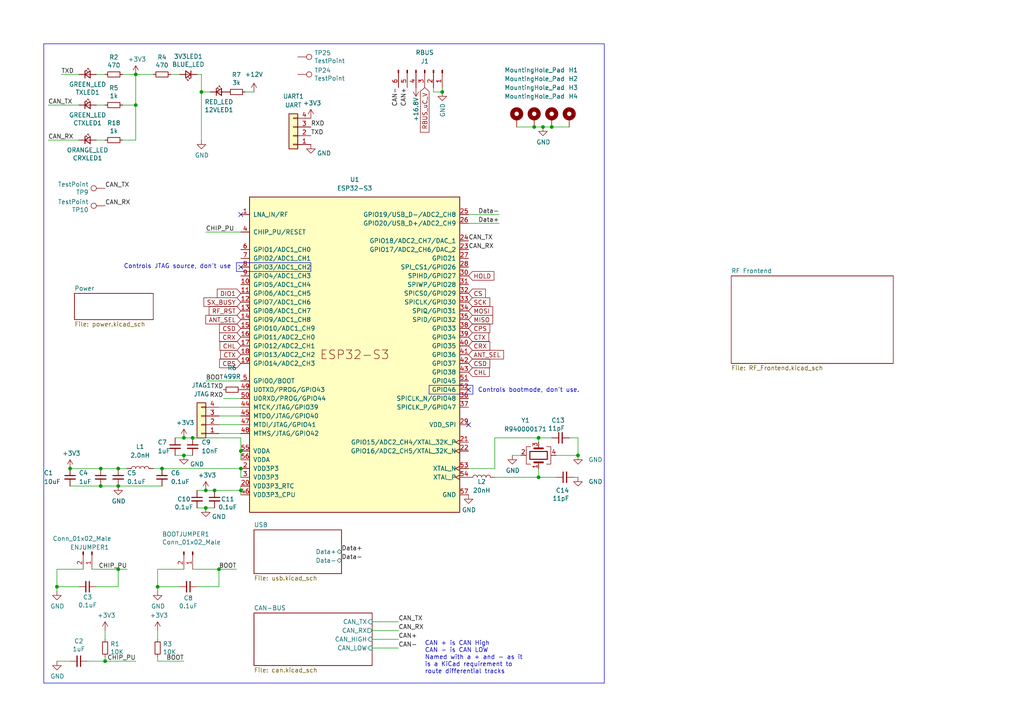
<source format=kicad_sch>
(kicad_sch (version 20231120) (generator "eeschema") (generator_version "8.0")
  (paper "A4")
  (lib_symbols
    (symbol "Connector:Conn_01x02_Male" (pin_names (offset 1.016) hide)
      (property "Reference" "J" (at 0 2.54 0))
      (property "Value" "Conn_01x02_Male" (at 0 -5.08 0))
      (symbol "Conn_01x02_Male_1_1"
        (polyline (pts (xy 1.27 -2.54) (xy 0.8636 -2.54)) (stroke (width 0.1524)))
        (polyline (pts (xy 1.27 0) (xy 0.8636 0)) (stroke (width 0.1524)))
        (rectangle (start 0.8636 -2.413) (end 0 -2.667) (stroke (width 0.1524)) (fill (type outline)))
        (rectangle (start 0.8636 0.127) (end 0 -0.127) (stroke (width 0.1524)) (fill (type outline)))
        (pin passive line (at 5.08 0 180) (length 3.81) (name "Pin_1") (number "1"))
        (pin passive line (at 5.08 -2.54 180) (length 3.81) (name "Pin_2") (number "2"))
      )
    )
    (symbol "Connector:Conn_01x06_Male" (pin_names (offset 1.016) hide)
      (property "Reference" "J" (at 0 7.62 0))
      (property "Value" "Conn_01x06_Male" (at 0 -10.16 0))
      (symbol "Conn_01x06_Male_1_1"
        (polyline (pts (xy 1.27 -7.62) (xy 0.8636 -7.62)) (stroke (width 0.1524)))
        (polyline (pts (xy 1.27 -5.08) (xy 0.8636 -5.08)) (stroke (width 0.1524)))
        (polyline (pts (xy 1.27 -2.54) (xy 0.8636 -2.54)) (stroke (width 0.1524)))
        (polyline (pts (xy 1.27 0) (xy 0.8636 0)) (stroke (width 0.1524)))
        (polyline (pts (xy 1.27 2.54) (xy 0.8636 2.54)) (stroke (width 0.1524)))
        (polyline (pts (xy 1.27 5.08) (xy 0.8636 5.08)) (stroke (width 0.1524)))
        (rectangle (start 0.8636 -7.493) (end 0 -7.747) (stroke (width 0.1524)) (fill (type outline)))
        (rectangle (start 0.8636 -4.953) (end 0 -5.207) (stroke (width 0.1524)) (fill (type outline)))
        (rectangle (start 0.8636 -2.413) (end 0 -2.667) (stroke (width 0.1524)) (fill (type outline)))
        (rectangle (start 0.8636 0.127) (end 0 -0.127) (stroke (width 0.1524)) (fill (type outline)))
        (rectangle (start 0.8636 2.667) (end 0 2.413) (stroke (width 0.1524)) (fill (type outline)))
        (rectangle (start 0.8636 5.207) (end 0 4.953) (stroke (width 0.1524)) (fill (type outline)))
        (pin passive line (at 5.08 5.08 180) (length 3.81) (name "Pin_1") (number "1"))
        (pin passive line (at 5.08 2.54 180) (length 3.81) (name "Pin_2") (number "2"))
        (pin passive line (at 5.08 0 180) (length 3.81) (name "Pin_3") (number "3"))
        (pin passive line (at 5.08 -2.54 180) (length 3.81) (name "Pin_4") (number "4"))
        (pin passive line (at 5.08 -5.08 180) (length 3.81) (name "Pin_5") (number "5"))
        (pin passive line (at 5.08 -7.62 180) (length 3.81) (name "Pin_6") (number "6"))
      )
    )
    (symbol "Connector:TestPoint" (pin_numbers hide) (pin_names (offset 0.762) hide)
      (property "Reference" "TP" (at 0 6.858 0))
      (property "Value" "TestPoint" (at 0 5.08 0))
      (symbol "TestPoint_0_1"
        (circle (center 0 3.302) (radius 0.762))
      )
      (symbol "TestPoint_1_1"
        (pin passive line (at 0 0 90) (length 2.54) (name "1") (number "1"))
      )
    )
    (symbol "Connector_Generic:Conn_01x04" (pin_names (offset 1.016) hide)
      (property "Reference" "J" (at 0 5.08 0))
      (property "Value" "Conn_01x04" (at 0 -7.62 0))
      (symbol "Conn_01x04_1_1"
        (rectangle (start -1.27 -4.953) (end 0 -5.207) (stroke (width 0.1524)))
        (rectangle (start -1.27 -2.413) (end 0 -2.667) (stroke (width 0.1524)))
        (rectangle (start -1.27 0.127) (end 0 -0.127) (stroke (width 0.1524)))
        (rectangle (start -1.27 2.667) (end 0 2.413) (stroke (width 0.1524)))
        (rectangle (start -1.27 3.81) (end 1.27 -6.35) (stroke (width 0.254)) (fill (type background)))
        (pin passive line (at -5.08 2.54 0) (length 3.81) (name "Pin_1") (number "1"))
        (pin passive line (at -5.08 0 0) (length 3.81) (name "Pin_2") (number "2"))
        (pin passive line (at -5.08 -2.54 0) (length 3.81) (name "Pin_3") (number "3"))
        (pin passive line (at -5.08 -5.08 0) (length 3.81) (name "Pin_4") (number "4"))
      )
    )
    (symbol "Device:C_Small" (pin_numbers hide) (pin_names (offset 0.254) hide)
      (property "Reference" "C" (at 0.254 1.778 0))
      (property "Value" "C_Small" (at 0.254 -2.032 0))
      (symbol "C_Small_0_1"
        (polyline (pts (xy -1.524 -0.508) (xy 1.524 -0.508)) (stroke (width 0.3302)))
        (polyline (pts (xy -1.524 0.508) (xy 1.524 0.508)) (stroke (width 0.3048)))
      )
      (symbol "C_Small_1_1"
        (pin passive line (at 0 2.54 270) (length 2.032) (name "~") (number "1"))
        (pin passive line (at 0 -2.54 90) (length 2.032) (name "~") (number "2"))
      )
    )
    (symbol "Device:Crystal_GND24" (pin_names (offset 1.016) hide)
      (property "Reference" "Y" (at 3.175 5.08 0))
      (property "Value" "Crystal_GND24" (at 3.175 3.175 0))
      (symbol "Crystal_GND24_0_1"
        (rectangle (start -1.143 2.54) (end 1.143 -2.54) (stroke (width 0.3048)))
        (polyline (pts (xy -2.54 0) (xy -2.032 0)))
        (polyline (pts (xy -2.032 -1.27) (xy -2.032 1.27)) (stroke (width 0.508)))
        (polyline (pts (xy 0 -3.81) (xy 0 -3.556)))
        (polyline (pts (xy 0 3.556) (xy 0 3.81)))
        (polyline (pts (xy 2.032 -1.27) (xy 2.032 1.27)) (stroke (width 0.508)))
        (polyline (pts (xy 2.032 0) (xy 2.54 0)))
        (polyline (pts (xy -2.54 -2.286) (xy -2.54 -3.556) (xy 2.54 -3.556) (xy 2.54 -2.286)))
        (polyline (pts (xy -2.54 2.286) (xy -2.54 3.556) (xy 2.54 3.556) (xy 2.54 2.286)))
      )
      (symbol "Crystal_GND24_1_1"
        (pin passive line (at -3.81 0 0) (length 1.27) (name "1") (number "1"))
        (pin passive line (at 0 5.08 270) (length 1.27) (name "2") (number "2"))
        (pin passive line (at 3.81 0 180) (length 1.27) (name "3") (number "3"))
        (pin passive line (at 0 -5.08 90) (length 1.27) (name "4") (number "4"))
      )
    )
    (symbol "Device:L" (pin_numbers hide) (pin_names (offset 1.016) hide)
      (property "Reference" "L" (at -1.27 0 90))
      (property "Value" "L" (at 1.905 0 90))
      (symbol "L_0_1"
        (arc (start 0 -2.54) (mid 0.6323 -1.905) (end 0 -1.27))
        (arc (start 0 -1.27) (mid 0.6323 -0.635) (end 0 0))
        (arc (start 0 0) (mid 0.6323 0.635) (end 0 1.27))
        (arc (start 0 1.27) (mid 0.6323 1.905) (end 0 2.54))
      )
      (symbol "L_1_1"
        (pin passive line (at 0 3.81 270) (length 1.27) (name "1") (number "1"))
        (pin passive line (at 0 -3.81 90) (length 1.27) (name "2") (number "2"))
      )
    )
    (symbol "Device:LED_Small" (pin_numbers hide) (pin_names (offset 0.254) hide)
      (property "Reference" "D" (at -1.27 3.175 0))
      (property "Value" "LED_Small" (at -4.445 -2.54 0))
      (symbol "LED_Small_0_1"
        (polyline (pts (xy -0.762 -1.016) (xy -0.762 1.016)) (stroke (width 0.254)))
        (polyline (pts (xy 1.016 0) (xy -0.762 0)))
        (polyline (pts (xy 0.762 -1.016) (xy -0.762 0) (xy 0.762 1.016) (xy 0.762 -1.016)) (stroke (width 0.254)))
        (polyline (pts (xy 0 0.762) (xy -0.508 1.27) (xy -0.254 1.27) (xy -0.508 1.27) (xy -0.508 1.016)))
        (polyline (pts (xy 0.508 1.27) (xy 0 1.778) (xy 0.254 1.778) (xy 0 1.778) (xy 0 1.524)))
      )
      (symbol "LED_Small_1_1"
        (pin passive line (at -2.54 0 0) (length 1.778) (name "K") (number "1"))
        (pin passive line (at 2.54 0 180) (length 1.778) (name "A") (number "2"))
      )
    )
    (symbol "Device:R_Small" (pin_numbers hide) (pin_names (offset 0.254) hide)
      (property "Reference" "R" (at 0.762 0.508 0))
      (property "Value" "R_Small" (at 0.762 -1.016 0))
      (symbol "R_Small_0_1"
        (rectangle (start -0.762 1.778) (end 0.762 -1.778) (stroke (width 0.2032)))
      )
      (symbol "R_Small_1_1"
        (pin passive line (at 0 2.54 270) (length 0.762) (name "~") (number "1"))
        (pin passive line (at 0 -2.54 90) (length 0.762) (name "~") (number "2"))
      )
    )
    (symbol "Espressif:ESP32-S3" (pin_names (offset 1.016))
      (property "Reference" "U" (at 0 48.26 0))
      (property "Value" "ESP32-S3" (at 0 -48.26 0))
      (symbol "ESP32-S3_0_0"
        (text "ESP32-S3" (at 0 0 0) (effects (font (size 2.54 2.54))))
        (pin bidirectional line (at 33.02 -12.7 180) (length 2.54) (name "SPICLK_N/GPIO48") (number "36"))
        (pin bidirectional line (at 33.02 -15.24 180) (length 2.54) (name "SPICLK_P/GPIO47") (number "37"))
      )
      (symbol "ESP32-S3_0_1"
        (rectangle (start -30.48 45.72) (end 30.48 -45.72) (stroke (width 0.254)) (fill (type background)))
      )
      (symbol "ESP32-S3_1_1"
        (pin bidirectional line (at -33.02 40.64 0) (length 2.54) (name "LNA_IN/RF") (number "1"))
        (pin bidirectional line (at -33.02 20.32 0) (length 2.54) (name "GPIO5/ADC1_CH4") (number "10"))
        (pin bidirectional line (at -33.02 17.78 0) (length 2.54) (name "GPIO6/ADC1_CH5") (number "11"))
        (pin bidirectional line (at -33.02 15.24 0) (length 2.54) (name "GPIO7/ADC1_CH6") (number "12"))
        (pin bidirectional line (at -33.02 12.7 0) (length 2.54) (name "GPIO8/ADC1_CH7") (number "13"))
        (pin bidirectional line (at -33.02 10.16 0) (length 2.54) (name "GPIO9/ADC1_CH8") (number "14"))
        (pin bidirectional line (at -33.02 7.62 0) (length 2.54) (name "GPIO10/ADC1_CH9") (number "15"))
        (pin bidirectional line (at -33.02 5.08 0) (length 2.54) (name "GPIO11/ADC2_CH0") (number "16"))
        (pin bidirectional line (at -33.02 2.54 0) (length 2.54) (name "GPIO12/ADC2_CH1") (number "17"))
        (pin bidirectional line (at -33.02 0 0) (length 2.54) (name "GPIO13/ADC2_CH2") (number "18"))
        (pin bidirectional line (at -33.02 -2.54 0) (length 2.54) (name "GPIO14/ADC2_CH3") (number "19"))
        (pin power_in line (at -33.02 -33.02 0) (length 2.54) (name "VDD3P3") (number "2"))
        (pin power_in line (at -33.02 -38.1 0) (length 2.54) (name "VDD3P3_RTC") (number "20"))
        (pin input clock (at 33.02 -25.4 180) (length 2.54) (name "GPIO15/ADC2_CH4/XTAL_32K_P") (number "21"))
        (pin output clock (at 33.02 -27.94 180) (length 2.54) (name "GPIO16/ADC2_CH5/XTAL_32K_N") (number "22"))
        (pin bidirectional line (at 33.02 30.48 180) (length 2.54) (name "GPIO17/ADC2_CH6/DAC_2") (number "23"))
        (pin bidirectional line (at 33.02 33.02 180) (length 2.54) (name "GPIO18/ADC2_CH7/DAC_1") (number "24"))
        (pin bidirectional line (at 33.02 40.64 180) (length 2.54) (name "GPIO19/USB_D-/ADC2_CH8") (number "25"))
        (pin bidirectional line (at 33.02 38.1 180) (length 2.54) (name "GPIO20/USB_D+/ADC2_CH9") (number "26"))
        (pin bidirectional line (at 33.02 27.94 180) (length 2.54) (name "GPIO21") (number "27"))
        (pin bidirectional line (at 33.02 25.4 180) (length 2.54) (name "SPI_CS1/GPIO26") (number "28"))
        (pin power_out line (at 33.02 -20.32 180) (length 2.54) (name "VDD_SPI") (number "29"))
        (pin power_in line (at -33.02 -35.56 0) (length 2.54) (name "VDD3P3") (number "3"))
        (pin bidirectional line (at 33.02 22.86 180) (length 2.54) (name "SPIHD/GPIO27") (number "30"))
        (pin bidirectional line (at 33.02 20.32 180) (length 2.54) (name "SPIWP/GPIO28") (number "31"))
        (pin bidirectional line (at 33.02 17.78 180) (length 2.54) (name "SPICS0/GPIO29") (number "32"))
        (pin bidirectional line (at 33.02 15.24 180) (length 2.54) (name "SPICLK/GPIO30") (number "33"))
        (pin bidirectional line (at 33.02 12.7 180) (length 2.54) (name "SPIQ/GPIO31") (number "34"))
        (pin bidirectional line (at 33.02 10.16 180) (length 2.54) (name "SPID/GPIO32") (number "35"))
        (pin bidirectional line (at 33.02 7.62 180) (length 2.54) (name "GPIO33") (number "38"))
        (pin bidirectional line (at 33.02 5.08 180) (length 2.54) (name "GPIO34") (number "39"))
        (pin input line (at -33.02 35.56 0) (length 2.54) (name "CHIP_PU/RESET") (number "4"))
        (pin bidirectional line (at 33.02 2.54 180) (length 2.54) (name "GPIO35") (number "40"))
        (pin bidirectional line (at 33.02 0 180) (length 2.54) (name "GPIO36") (number "41"))
        (pin bidirectional line (at 33.02 -2.54 180) (length 2.54) (name "GPIO37") (number "42"))
        (pin bidirectional line (at 33.02 -5.08 180) (length 2.54) (name "GPIO38") (number "43"))
        (pin bidirectional line (at -33.02 -15.24 0) (length 2.54) (name "MTCK/JTAG/GPIO39") (number "44"))
        (pin bidirectional line (at -33.02 -17.78 0) (length 2.54) (name "MTDO/JTAG/GPIO40") (number "45"))
        (pin power_in line (at -33.02 -40.64 0) (length 2.54) (name "VDD3P3_CPU") (number "46"))
        (pin bidirectional line (at -33.02 -20.32 0) (length 2.54) (name "MTDI/JTAG/GPIO41") (number "47"))
        (pin bidirectional line (at -33.02 -22.86 0) (length 2.54) (name "MTMS/JTAG/GPIO42") (number "48"))
        (pin bidirectional line (at -33.02 -10.16 0) (length 2.54) (name "U0TXD/PROG/GPIO43") (number "49"))
        (pin bidirectional line (at -33.02 -7.62 0) (length 2.54) (name "GPIO0/BOOT") (number "5"))
        (pin bidirectional line (at -33.02 -12.7 0) (length 2.54) (name "U0RXD/PROG/GPIO44") (number "50"))
        (pin bidirectional line (at 33.02 -7.62 180) (length 2.54) (name "GPIO45") (number "51"))
        (pin bidirectional line (at 33.02 -10.16 180) (length 2.54) (name "GPIO46") (number "52"))
        (pin input clock (at 33.02 -33.02 180) (length 2.54) (name "XTAL_N") (number "53"))
        (pin output clock (at 33.02 -35.56 180) (length 2.54) (name "XTAL_P") (number "54"))
        (pin power_in line (at -33.02 -27.94 0) (length 2.54) (name "VDDA") (number "55"))
        (pin power_in line (at -33.02 -30.48 0) (length 2.54) (name "VDDA") (number "56"))
        (pin power_in line (at 33.02 -40.64 180) (length 2.54) (name "GND") (number "57"))
        (pin bidirectional line (at -33.02 30.48 0) (length 2.54) (name "GPIO1/ADC1_CH0") (number "6"))
        (pin bidirectional line (at -33.02 27.94 0) (length 2.54) (name "GPIO2/ADC1_CH1") (number "7"))
        (pin bidirectional line (at -33.02 25.4 0) (length 2.54) (name "GPIO3/ADC1_CH2") (number "8"))
        (pin bidirectional line (at -33.02 22.86 0) (length 2.54) (name "GPIO4/ADC1_CH3") (number "9"))
      )
    )
    (symbol "Mechanical:MountingHole_Pad" (pin_numbers hide) (pin_names (offset 1.016) hide)
      (property "Reference" "H" (at 0 6.35 0))
      (property "Value" "MountingHole_Pad" (at 0 4.445 0))
      (symbol "MountingHole_Pad_0_1"
        (circle (center 0 1.27) (radius 1.27) (stroke (width 1.27)))
      )
      (symbol "MountingHole_Pad_1_1"
        (pin input line (at 0 -2.54 90) (length 2.54) (name "1") (number "1"))
      )
    )
    (symbol "power:+12V" (power) (pin_names (offset 0))
      (property "Value" "+12V" (at 0 3.556 0))
      (symbol "+12V_0_1"
        (polyline (pts (xy -0.762 1.27) (xy 0 2.54)))
        (polyline (pts (xy 0 0) (xy 0 2.54)))
        (polyline (pts (xy 0 2.54) (xy 0.762 1.27)))
      )
      (symbol "+12V_1_1"
        (pin power_in line (at 0 0 90) (length 0) hide (name "+12V") (number "1"))
      )
    )
    (symbol "power:+3.3V" (power) (pin_names (offset 0))
      (property "Value" "+3.3V" (at 0 3.556 0))
      (symbol "+3.3V_0_1"
        (polyline (pts (xy -0.762 1.27) (xy 0 2.54)))
        (polyline (pts (xy 0 0) (xy 0 2.54)))
        (polyline (pts (xy 0 2.54) (xy 0.762 1.27)))
      )
      (symbol "+3.3V_1_1"
        (pin power_in line (at 0 0 90) (length 0) hide (name "+3V3") (number "1"))
      )
    )
    (symbol "power:GND" (power) (pin_names (offset 0))
      (property "Value" "GND" (at 0 -3.81 0))
      (symbol "GND_0_1"
        (polyline (pts (xy 0 0) (xy 0 -1.27) (xy 1.27 -1.27) (xy 0 -2.54) (xy -1.27 -1.27) (xy 0 -1.27)))
      )
      (symbol "GND_1_1"
        (pin power_in line (at 0 0 270) (length 0) hide (name "GND") (number "1"))
      )
    )
  )
  (junction (at 39.37 21.59))
  (junction (at 59.69 142.24))
  (junction (at 53.34 127))
  (junction (at 58.42 26.67))
  (junction (at 39.37 30.48))
  (junction (at 30.48 191.77))
  (junction (at 69.85 142.24))
  (junction (at 55.88 127))
  (junction (at 63.5 165.1))
  (junction (at 59.69 147.32))
  (junction (at 62.23 142.24))
  (junction (at 34.29 135.89))
  (junction (at 20.32 135.89))
  (junction (at 45.72 170.18))
  (junction (at 29.21 135.89))
  (junction (at 34.29 140.97))
  (junction (at 156.21 127))
  (junction (at 160.02 36.83))
  (junction (at 53.34 132.08))
  (junction (at 156.21 138.43))
  (junction (at 69.85 130.81))
  (junction (at 29.21 140.97))
  (junction (at 16.51 170.18))
  (junction (at 157.48 36.83))
  (junction (at 154.94 36.83))
  (junction (at 167.64 132.08))
  (junction (at 46.99 135.89))
  (junction (at 128.27 26.67))
  (junction (at 34.29 165.1))
  (junction (at 69.85 135.89))
  (no_connect (at 69.85 77.47))
  (no_connect (at 69.85 62.23))
  (no_connect (at 135.89 113.03))
  (no_connect (at 135.89 123.19))
  (wire (pts (xy 30.48 191.77) (xy 30.48 190.5)))
  (wire (pts (xy 135.89 62.23) (xy 144.78 62.23)))
  (wire (pts (xy 69.85 135.89) (xy 69.85 138.43)))
  (polyline (pts (xy 90.17 78.74) (xy 68.58 78.74)))
  (wire (pts (xy 63.5 170.18) (xy 63.5 165.1)))
  (polyline (pts (xy 68.58 76.2) (xy 68.58 78.74)))
  (wire (pts (xy 60.96 26.67) (xy 58.42 26.67)))
  (wire (pts (xy 16.51 191.77) (xy 20.32 191.77)))
  (wire (pts (xy 107.95 180.34) (xy 115.57 180.34)))
  (wire (pts (xy 128.27 25.4) (xy 128.27 26.67)))
  (wire (pts (xy 160.02 127) (xy 156.21 127)))
  (wire (pts (xy 35.56 30.48) (xy 39.37 30.48)))
  (wire (pts (xy 45.72 165.1) (xy 53.34 165.1)))
  (wire (pts (xy 125.73 26.67) (xy 128.27 26.67)))
  (wire (pts (xy 58.42 21.59) (xy 57.15 21.59)))
  (wire (pts (xy 29.21 135.89) (xy 34.29 135.89)))
  (wire (pts (xy 143.51 138.43) (xy 156.21 138.43)))
  (wire (pts (xy 59.69 110.49) (xy 69.85 110.49)))
  (polyline (pts (xy 12.7 12.7) (xy 12.7 198.12)))
  (wire (pts (xy 154.94 36.83) (xy 149.86 36.83)))
  (wire (pts (xy 16.51 170.18) (xy 16.51 171.45)))
  (wire (pts (xy 57.15 170.18) (xy 63.5 170.18)))
  (polyline (pts (xy 137.16 111.76) (xy 137.16 114.3)))
  (wire (pts (xy 68.58 165.1) (xy 63.5 165.1)))
  (wire (pts (xy 27.94 21.59) (xy 30.48 21.59)))
  (wire (pts (xy 16.51 165.1) (xy 16.51 170.18)))
  (wire (pts (xy 161.29 132.08) (xy 167.64 132.08)))
  (wire (pts (xy 30.48 182.88) (xy 30.48 185.42)))
  (wire (pts (xy 57.15 147.32) (xy 59.69 147.32)))
  (polyline (pts (xy 68.58 76.2) (xy 90.17 76.2)))
  (wire (pts (xy 34.29 135.89) (xy 36.83 135.89)))
  (wire (pts (xy 69.85 142.24) (xy 69.85 143.51)))
  (wire (pts (xy 62.23 142.24) (xy 69.85 142.24)))
  (wire (pts (xy 53.34 132.08) (xy 55.88 132.08)))
  (wire (pts (xy 143.51 135.89) (xy 143.51 127)))
  (wire (pts (xy 156.21 127) (xy 156.21 128.27)))
  (wire (pts (xy 34.29 165.1) (xy 36.83 165.1)))
  (wire (pts (xy 50.8 132.08) (xy 53.34 132.08)))
  (polyline (pts (xy 124.46 111.76) (xy 124.46 114.3)))
  (wire (pts (xy 35.56 40.64) (xy 39.37 40.64)))
  (polyline (pts (xy 12.7 12.7) (xy 175.26 12.7)))
  (wire (pts (xy 39.37 30.48) (xy 39.37 40.64)))
  (wire (pts (xy 44.45 135.89) (xy 46.99 135.89)))
  (wire (pts (xy 69.85 130.81) (xy 69.85 133.35)))
  (wire (pts (xy 39.37 30.48) (xy 39.37 21.59)))
  (wire (pts (xy 22.86 170.18) (xy 16.51 170.18)))
  (wire (pts (xy 27.94 40.64) (xy 30.48 40.64)))
  (wire (pts (xy 50.8 127) (xy 53.34 127)))
  (wire (pts (xy 17.78 21.59) (xy 22.86 21.59)))
  (wire (pts (xy 64.77 115.57) (xy 69.85 115.57)))
  (wire (pts (xy 13.97 30.48) (xy 22.86 30.48)))
  (wire (pts (xy 52.07 170.18) (xy 45.72 170.18)))
  (wire (pts (xy 63.5 118.11) (xy 69.85 118.11)))
  (wire (pts (xy 165.1 36.83) (xy 160.02 36.83)))
  (wire (pts (xy 29.21 140.97) (xy 34.29 140.97)))
  (wire (pts (xy 35.56 21.59) (xy 39.37 21.59)))
  (wire (pts (xy 55.88 127) (xy 69.85 127)))
  (wire (pts (xy 107.95 187.96) (xy 115.57 187.96)))
  (wire (pts (xy 107.95 182.88) (xy 115.57 182.88)))
  (wire (pts (xy 69.85 127) (xy 69.85 130.81)))
  (wire (pts (xy 63.5 125.73) (xy 69.85 125.73)))
  (polyline (pts (xy 137.16 114.3) (xy 124.46 114.3)))
  (wire (pts (xy 55.88 165.1) (xy 63.5 165.1)))
  (wire (pts (xy 125.73 25.4) (xy 125.73 26.67)))
  (wire (pts (xy 25.4 191.77) (xy 30.48 191.77)))
  (wire (pts (xy 160.02 36.83) (xy 157.48 36.83)))
  (wire (pts (xy 135.89 135.89) (xy 143.51 135.89)))
  (wire (pts (xy 45.72 170.18) (xy 45.72 171.45)))
  (wire (pts (xy 45.72 191.77) (xy 45.72 190.5)))
  (wire (pts (xy 49.53 21.59) (xy 52.07 21.59)))
  (wire (pts (xy 148.59 132.08) (xy 151.13 132.08)))
  (wire (pts (xy 58.42 21.59) (xy 58.42 26.67)))
  (wire (pts (xy 161.29 138.43) (xy 156.21 138.43)))
  (wire (pts (xy 59.69 67.31) (xy 69.85 67.31)))
  (wire (pts (xy 53.34 191.77) (xy 45.72 191.77)))
  (wire (pts (xy 58.42 26.67) (xy 58.42 40.64)))
  (wire (pts (xy 156.21 135.89) (xy 156.21 138.43)))
  (wire (pts (xy 34.29 170.18) (xy 34.29 165.1)))
  (polyline (pts (xy 90.17 76.2) (xy 90.17 78.74)))
  (wire (pts (xy 143.51 127) (xy 156.21 127)))
  (wire (pts (xy 167.64 138.43) (xy 166.37 138.43)))
  (wire (pts (xy 20.32 135.89) (xy 29.21 135.89)))
  (wire (pts (xy 167.64 127) (xy 167.64 132.08)))
  (wire (pts (xy 13.97 40.64) (xy 22.86 40.64)))
  (wire (pts (xy 39.37 21.59) (xy 44.45 21.59)))
  (polyline (pts (xy 124.46 111.76) (xy 137.16 111.76)))
  (wire (pts (xy 59.69 147.32) (xy 62.23 147.32)))
  (wire (pts (xy 63.5 123.19) (xy 69.85 123.19)))
  (wire (pts (xy 30.48 191.77) (xy 39.37 191.77)))
  (wire (pts (xy 157.48 36.83) (xy 154.94 36.83)))
  (wire (pts (xy 107.95 185.42) (xy 115.57 185.42)))
  (wire (pts (xy 53.34 127) (xy 55.88 127)))
  (wire (pts (xy 73.66 26.67) (xy 71.12 26.67)))
  (wire (pts (xy 46.99 135.89) (xy 69.85 135.89)))
  (polyline (pts (xy 175.26 12.7) (xy 175.26 198.12)))
  (wire (pts (xy 27.94 30.48) (xy 30.48 30.48)))
  (wire (pts (xy 34.29 140.97) (xy 46.99 140.97)))
  (wire (pts (xy 135.89 64.77) (xy 144.78 64.77)))
  (wire (pts (xy 63.5 120.65) (xy 69.85 120.65)))
  (wire (pts (xy 27.94 170.18) (xy 34.29 170.18)))
  (wire (pts (xy 45.72 165.1) (xy 45.72 170.18)))
  (wire (pts (xy 59.69 142.24) (xy 62.23 142.24)))
  (wire (pts (xy 57.15 142.24) (xy 59.69 142.24)))
  (wire (pts (xy 20.32 140.97) (xy 29.21 140.97)))
  (wire (pts (xy 69.85 142.24) (xy 69.85 140.97)))
  (wire (pts (xy 167.64 127) (xy 165.1 127)))
  (wire (pts (xy 26.67 165.1) (xy 34.29 165.1)))
  (wire (pts (xy 45.72 182.88) (xy 45.72 185.42)))
  (wire (pts (xy 16.51 165.1) (xy 24.13 165.1)))
  (polyline (pts (xy 175.26 198.12) (xy 12.7 198.12)))
  (text "Controls bootmode, don't use.\n" (at 138.5894 113.9757 0) (effects (font (size 1.27 1.27)) (justify left bottom)))
  (text "CAN + is CAN High\nCAN - is CAN LOW\nNamed with a + and - as it\nis a KiCad requirement to\nroute differential tracks\n" (at 123.19 195.58 0) (effects (font (size 1.27 1.27)) (justify left bottom)))
  (text "Controls JTAG source, don't use\n" (at 67.0857 78.0878 0) (effects (font (size 1.27 1.27)) (justify right bottom)))
  (label "CAN_TX" (at 30.48 54.61 0))
  (label "CHIP_PU" (at 36.83 165.1 180))
  (label "RXD" (at 90.17 36.83 0))
  (label "CAN+" (at 115.57 185.42 0))
  (label "Data+" (at 99.06 160.02 0) (property "Netclass" "USB" (effects (hide yes))))
  (label "TXD" (at 90.17 39.37 0))
  (label "Data-" (at 99.06 162.56 0) (property "Netclass" "USB" (effects (hide yes))))
  (label "BOOT" (at 53.34 191.77 180))
  (label "CAN_RX" (at 13.97 40.64 0))
  (label "CAN-" (at 115.57 25.4 270))
  (label "CAN+" (at 118.11 25.4 270))
  (label "CAN_TX" (at 115.57 180.34 0))
  (label "BOOT" (at 68.58 165.1 180))
  (label "RXD" (at 64.77 115.57 180))
  (label "BOOT" (at 59.69 110.49 0))
  (label "TXD" (at 64.77 113.03 180))
  (label "CAN_TX" (at 13.97 30.48 0))
  (label "CHIP_PU" (at 59.69 67.31 0))
  (label "CAN_RX" (at 135.89 72.39 0))
  (label "CAN_RX" (at 30.48 59.69 0))
  (label "CAN_RX" (at 115.57 182.88 0))
  (label "Data+" (at 144.78 64.77 180))
  (label "Data-" (at 144.78 62.23 180))
  (label "CAN-" (at 115.57 187.96 0))
  (label "TXD" (at 17.78 21.59 0))
  (label "CHIP_PU" (at 39.37 191.77 180))
  (label "CAN_TX" (at 135.89 69.85 0))
  (global_label "SCK" (shape input) (at 135.89 87.63 0) (property "Intersheetrefs" "${INTERSHEET_REFS}" (effects (hide yes))))
  (global_label "CTX" (shape input) (at 69.85 102.87 180) (property "Intersheetrefs" "${INTERSHEET_REFS}" (effects (hide yes))))
  (global_label "CHL" (shape input) (at 135.89 107.95 0) (property "Intersheetrefs" "${INTERSHEET_REFS}" (effects (hide yes))))
  (global_label "CPS" (shape input) (at 135.89 95.25 0) (property "Intersheetrefs" "${INTERSHEET_REFS}" (effects (hide yes))))
  (global_label "SX_BUSY" (shape input) (at 69.85 87.63 180) (property "Intersheetrefs" "${INTERSHEET_REFS}" (effects (hide yes))))
  (global_label "RF_RST" (shape input) (at 69.85 90.17 180) (property "Intersheetrefs" "${INTERSHEET_REFS}" (effects (hide yes))))
  (global_label "ANT_SEL" (shape input) (at 69.85 92.71 180) (property "Intersheetrefs" "${INTERSHEET_REFS}" (effects (hide yes))))
  (global_label "CSD" (shape input) (at 69.85 95.25 180) (property "Intersheetrefs" "${INTERSHEET_REFS}" (effects (hide yes))))
  (global_label "DIO1" (shape input) (at 69.85 85.09 180) (property "Intersheetrefs" "${INTERSHEET_REFS}" (effects (hide yes))))
  (global_label "HOLD" (shape input) (at 135.89 80.01 0) (property "Intersheetrefs" "${INTERSHEET_REFS}" (effects (hide yes))))
  (global_label "CTX" (shape input) (at 135.89 97.79 0) (property "Intersheetrefs" "${INTERSHEET_REFS}" (effects (hide yes))))
  (global_label "CRX" (shape input) (at 69.85 97.79 180) (property "Intersheetrefs" "${INTERSHEET_REFS}" (effects (hide yes))))
  (global_label "ANT_SEL" (shape input) (at 135.89 102.87 0) (property "Intersheetrefs" "${INTERSHEET_REFS}" (effects (hide yes))))
  (global_label "CPS" (shape input) (at 69.85 105.41 180) (property "Intersheetrefs" "${INTERSHEET_REFS}" (effects (hide yes))))
  (global_label "MOSI" (shape input) (at 135.89 90.17 0) (property "Intersheetrefs" "${INTERSHEET_REFS}" (effects (hide yes))))
  (global_label "CHL" (shape input) (at 69.85 100.33 180) (property "Intersheetrefs" "${INTERSHEET_REFS}" (effects (hide yes))))
  (global_label "CRX" (shape input) (at 135.89 100.33 0) (property "Intersheetrefs" "${INTERSHEET_REFS}" (effects (hide yes))))
  (global_label "MISO" (shape input) (at 135.89 92.71 0) (property "Intersheetrefs" "${INTERSHEET_REFS}" (effects (hide yes))))
  (global_label "CS" (shape input) (at 135.89 85.09 0) (property "Intersheetrefs" "${INTERSHEET_REFS}" (effects (hide yes))))
  (global_label "RBUS_uC_V" (shape input) (at 123.19 25.4 270) (property "Intersheetrefs" "${INTERSHEET_REFS}" (effects (hide yes))))
  (global_label "CSD" (shape input) (at 135.89 105.41 0) (property "Intersheetrefs" "${INTERSHEET_REFS}" (effects (hide yes))))
  (symbol (lib_id "power:+3.3V") (at 30.48 182.88 0) (unit 1)
    (property "Reference" "#PWR04" (effects (hide yes)))
    (property "Value" "+3V3" (at 30.861 178.4858 0))
  )
  (symbol (lib_id "Device:R_Small") (at 30.48 187.96 0) (unit 1)
    (property "Reference" "R1" (at 31.9786 186.7916 0) (effects (justify left)))
    (property "Value" "10K" (at 31.9786 189.103 0) (effects (justify left)))
    (property "Footprint" "Resistor_SMD:R_0402_1005Metric" (effects (hide yes)))
  )
  (symbol (lib_id "Device:C_Small") (at 22.86 191.77 270) (unit 1)
    (property "Reference" "C2" (at 22.86 185.9534 90))
    (property "Value" "1uF" (at 22.86 188.2648 90))
    (property "Footprint" "Capacitor_SMD:C_0402_1005Metric" (effects (hide yes)))
  )
  (symbol (lib_id "power:GND") (at 16.51 191.77 0) (unit 1)
    (property "Reference" "#PWR02" (effects (hide yes)))
    (property "Value" "GND" (at 16.637 196.1642 0))
  )
  (symbol (lib_id "power:+3.3V") (at 45.72 182.88 0) (unit 1)
    (property "Reference" "#PWR08" (effects (hide yes)))
    (property "Value" "+3V3" (at 46.101 178.4858 0))
  )
  (symbol (lib_id "Device:R_Small") (at 45.72 187.96 0) (unit 1)
    (property "Reference" "R3" (at 47.2186 186.7916 0) (effects (justify left)))
    (property "Value" "10K" (at 47.2186 189.103 0) (effects (justify left)))
    (property "Footprint" "Resistor_SMD:R_0402_1005Metric" (effects (hide yes)))
  )
  (symbol (lib_id "power:GND") (at 45.72 171.45 0) (unit 1)
    (property "Reference" "#PWR07" (effects (hide yes)))
    (property "Value" "GND" (at 45.847 175.8442 0))
  )
  (symbol (lib_id "Device:C_Small") (at 54.61 170.18 270) (unit 1)
    (property "Reference" "C8" (at 54.61 173.4566 90))
    (property "Value" "0.1uF" (at 54.61 175.768 90))
    (property "Footprint" "Capacitor_SMD:C_0402_1005Metric" (effects (hide yes)))
  )
  (symbol (lib_id "power:GND") (at 16.51 171.45 0) (unit 1)
    (property "Reference" "#PWR01" (effects (hide yes)))
    (property "Value" "GND" (at 16.637 175.8442 0))
  )
  (symbol (lib_id "Device:C_Small") (at 25.4 170.18 270) (unit 1)
    (property "Reference" "C3" (at 25.4 173.2026 90))
    (property "Value" "0.1uF" (at 25.4 175.514 90))
    (property "Footprint" "Capacitor_SMD:C_0402_1005Metric" (effects (hide yes)))
  )
  (symbol (lib_id "Device:LED_Small") (at 25.4 21.59 0) (unit 1)
    (property "Reference" "TXLED1" (at 25.4 26.797 0))
    (property "Value" "GREEN_LED" (at 25.4 24.4856 0))
    (property "Footprint" "Resistor_SMD:R_0402_1005Metric" (effects (hide yes)))
  )
  (symbol (lib_id "Device:R_Small") (at 33.02 21.59 270) (unit 1)
    (property "Reference" "R2" (at 33.02 16.6116 90))
    (property "Value" "470" (at 33.02 18.923 90))
    (property "Footprint" "Resistor_SMD:R_0402_1005Metric" (effects (hide yes)))
  )
  (symbol (lib_id "power:GND") (at 58.42 40.64 0) (unit 1)
    (property "Reference" "#PWR012" (effects (hide yes)))
    (property "Value" "GND" (at 58.547 45.0342 0))
  )
  (symbol (lib_id "power:+3.3V") (at 39.37 21.59 0) (unit 1)
    (property "Reference" "#PWR06" (effects (hide yes)))
    (property "Value" "+3V3" (at 39.751 17.1958 0))
  )
  (symbol (lib_id "Device:LED_Small") (at 54.61 21.59 180) (unit 1)
    (property "Reference" "3V3LED1" (at 54.61 16.383 0))
    (property "Value" "BLUE_LED" (at 54.61 18.6944 0))
    (property "Footprint" "Resistor_SMD:R_0402_1005Metric" (effects (hide yes)))
  )
  (symbol (lib_id "Device:R_Small") (at 46.99 21.59 270) (unit 1)
    (property "Reference" "R4" (at 46.99 16.6116 90))
    (property "Value" "470" (at 46.99 18.923 90))
    (property "Footprint" "Resistor_SMD:R_0402_1005Metric" (effects (hide yes)))
  )
  (symbol (lib_id "Connector:Conn_01x02_Male") (at 26.67 160.02 270) (unit 1)
    (property "Reference" "ENJUMPER1" (at 20.32 158.75 90) (effects (justify left)))
    (property "Value" "Conn_01x02_Male" (at 15.24 156.21 90) (effects (justify left)))
    (property "Footprint" "Connector_PinHeader_2.54mm:PinHeader_1x02_P2.54mm_Vertical" (effects (hide yes)))
  )
  (symbol (lib_id "Connector:Conn_01x02_Male") (at 55.88 160.02 270) (unit 1)
    (property "Reference" "BOOTJUMPER1" (at 46.99 154.94 90) (effects (justify left)))
    (property "Value" "Conn_01x02_Male" (at 46.99 157.2514 90) (effects (justify left)))
    (property "Footprint" "Connector_PinHeader_2.54mm:PinHeader_1x02_P2.54mm_Vertical" (effects (hide yes)))
  )
  (symbol (lib_id "power:GND") (at 128.27 26.67 0) (unit 1)
    (property "Reference" "#PWR018" (effects (hide yes)))
    (property "Value" "GND" (at 128.397 29.9212 90) (effects (justify right)))
  )
  (symbol (lib_id "Connector:Conn_01x06_Male") (at 123.19 20.32 270) (unit 1)
    (property "Reference" "J1" (at 123.19 17.78 90))
    (property "Value" "RBUS" (at 123.19 15.24 90))
    (property "Footprint" "Connector_Molex:Molex_Mini-Fit_Jr_5566-06A_2x03_P4.20mm_Vertical" (effects (hide yes)))
  )
  (symbol (lib_id "Device:LED_Small") (at 63.5 26.67 0) (unit 1)
    (property "Reference" "12VLED1" (at 63.5 31.877 0))
    (property "Value" "RED_LED" (at 63.5 29.5656 0))
    (property "Footprint" "Resistor_SMD:R_0402_1005Metric" (effects (hide yes)))
  )
  (symbol (lib_id "Device:R_Small") (at 68.58 26.67 270) (unit 1)
    (property "Reference" "R7" (at 68.58 21.6916 90))
    (property "Value" "3k" (at 68.58 24.003 90))
    (property "Footprint" "Resistor_SMD:R_0402_1005Metric" (effects (hide yes)))
  )
  (symbol (lib_id "Device:LED_Small") (at 25.4 30.48 0) (unit 1)
    (property "Reference" "CTXLED1" (at 25.4 35.687 0))
    (property "Value" "GREEN_LED" (at 25.4 33.3756 0))
    (property "Footprint" "Resistor_SMD:R_0402_1005Metric" (effects (hide yes)))
  )
  (symbol (lib_id "Connector:TestPoint") (at 30.48 54.61 90) (unit 1)
    (property "Reference" "TP9" (at 25.7048 55.7784 90) (effects (justify left)))
    (property "Value" "TestPoint" (at 25.7048 53.467 90) (effects (justify left)))
    (property "Footprint" "TestPoint:TestPoint_Pad_D1.0mm" (effects (hide yes)))
  )
  (symbol (lib_id "power:GND") (at 167.64 132.08 0) (unit 1)
    (property "Reference" "#PWR021" (effects (hide yes)))
    (property "Value" "GND" (at 172.72 133.35 0))
  )
  (symbol (lib_id "power:GND") (at 34.29 140.97 0) (unit 1)
    (property "Reference" "#PWR05" (effects (hide yes)))
    (property "Value" "GND" (at 34.417 145.3642 0))
  )
  (symbol (lib_id "Device:C_Small") (at 55.88 129.54 0) (unit 1)
    (property "Reference" "C9" (at 58.42 128.2762 0) (effects (justify left)))
    (property "Value" "10nF" (at 58.42 130.8162 0) (effects (justify left)))
    (property "Footprint" "Capacitor_SMD:C_0402_1005Metric" (effects (hide yes)))
  )
  (symbol (lib_id "power:+3.3V") (at 53.34 127 0) (unit 1)
    (property "Reference" "#PWR010" (effects (hide yes)))
    (property "Value" "+3V3" (at 53.721 122.6058 0))
  )
  (symbol (lib_id "Mechanical:MountingHole_Pad") (at 154.94 34.29 0) (unit 1)
    (property "Reference" "H2" (at 167.64 22.86 0) (effects (justify right)))
    (property "Value" "MountingHole_Pad" (at 163.83 25.4 0) (effects (justify right)))
    (property "Footprint" "MountingHole:MountingHole_3.2mm_M3_DIN965_Pad" (effects (hide yes)))
  )
  (symbol (lib_id "Device:C_Small") (at 50.8 129.54 0) (unit 1)
    (property "Reference" "C7" (at 45.72 128.27 0) (effects (justify left)))
    (property "Value" "1uF" (at 45.72 130.81 0) (effects (justify left)))
    (property "Footprint" "Capacitor_SMD:C_0402_1005Metric" (effects (hide yes)))
  )
  (symbol (lib_id "power:+12V") (at 73.66 26.67 0) (unit 1)
    (property "Reference" "#PWR015" (effects (hide yes)))
    (property "Value" "+12V" (at 73.66 21.59 0))
  )
  (symbol (lib_id "Mechanical:MountingHole_Pad") (at 165.1 34.29 0) (unit 1)
    (property "Reference" "H4" (at 167.64 27.94 0) (effects (justify right)))
    (property "Value" "MountingHole_Pad" (at 163.83 20.32 0) (effects (justify right)))
    (property "Footprint" "MountingHole:MountingHole_3.2mm_M3_DIN965_Pad" (effects (hide yes)))
  )
  (symbol (lib_id "power:GND") (at 59.69 147.32 0) (unit 1)
    (property "Reference" "#PWR014" (effects (hide yes)))
    (property "Value" "GND" (at 63.5 149.86 0))
  )
  (symbol (lib_id "power:+12V") (at 120.65 25.4 180) (unit 1)
    (property "Reference" "#PWR017" (effects (hide yes)))
    (property "Value" "+16.8V" (at 120.65 31.75 90))
  )
  (symbol (lib_id "Device:R_Small") (at 33.02 40.64 270) (unit 1)
    (property "Reference" "R18" (at 33.02 35.6616 90))
    (property "Value" "1k" (at 33.02 37.973 90))
    (property "Footprint" "Resistor_SMD:R_0402_1005Metric" (effects (hide yes)))
  )
  (symbol (lib_id "Connector_Generic:Conn_01x04") (at 58.42 123.19 180) (unit 1)
    (property "Reference" "JTAG1" (at 58.42 111.76 0))
    (property "Value" "JTAG" (at 58.42 114.3 0))
    (property "Footprint" "Connector_PinHeader_2.54mm:PinHeader_1x04_P2.54mm_Vertical" (effects (hide yes)))
    (property "Description" "Generic connector, single row, 01x04, script generated (kicad-library-utils/schlib/autogen/connector/)" (effects (hide yes)))
  )
  (symbol (lib_id "Device:LED_Small") (at 25.4 40.64 0) (unit 1)
    (property "Reference" "CRXLED1" (at 25.4 45.847 0))
    (property "Value" "ORANGE_LED" (at 25.4 43.5356 0))
    (property "Footprint" "Resistor_SMD:R_0402_1005Metric" (effects (hide yes)))
  )
  (symbol (lib_id "Device:C_Small") (at 20.32 138.43 0) (unit 1)
    (property "Reference" "C1" (at 12.7 137.16 0) (effects (justify left)))
    (property "Value" "10uF" (at 12.7 139.7 0) (effects (justify left)))
    (property "Footprint" "Capacitor_SMD:C_0402_1005Metric" (effects (hide yes)))
  )
  (symbol (lib_id "Device:C_Small") (at 57.15 144.78 0) (unit 1)
    (property "Reference" "C10" (at 53.34 144.78 0))
    (property "Value" "0.1uF" (at 53.34 147.0914 0))
    (property "Footprint" "Capacitor_SMD:C_0402_1005Metric" (effects (hide yes)))
  )
  (symbol (lib_id "Device:C_Small") (at 163.83 138.43 90) (unit 1)
    (property "Reference" "C14" (at 165.1 142.24 90) (effects (justify left)))
    (property "Value" "11pF" (at 165.1 144.5514 90) (effects (justify left)))
    (property "Footprint" "Capacitor_SMD:C_0402_1005Metric" (effects (hide yes)))
  )
  (symbol (lib_id "power:GND") (at 167.64 138.43 0) (unit 1)
    (property "Reference" "#PWR022" (effects (hide yes)))
    (property "Value" "GND" (at 172.72 139.7 0))
  )
  (symbol (lib_id "Device:C_Small") (at 34.29 138.43 0) (unit 1)
    (property "Reference" "C5" (at 36.83 137.1662 0) (effects (justify left)))
    (property "Value" "0.1uF" (at 36.83 139.7062 0) (effects (justify left)))
    (property "Footprint" "Capacitor_SMD:C_0402_1005Metric" (effects (hide yes)))
  )
  (symbol (lib_id "Connector:TestPoint") (at 86.36 16.51 270) (unit 1)
    (property "Reference" "TP25" (at 91.1352 15.3416 90) (effects (justify left)))
    (property "Value" "TestPoint" (at 91.1352 17.653 90) (effects (justify left)))
    (property "Footprint" "TestPoint:TestPoint_Pad_D1.0mm" (effects (hide yes)))
  )
  (symbol (lib_id "power:+3.3V") (at 90.17 34.29 0) (unit 1)
    (property "Reference" "#PWR052" (effects (hide yes)))
    (property "Value" "+3V3" (at 90.551 29.8958 0))
  )
  (symbol (lib_id "power:GND") (at 53.34 132.08 0) (unit 1)
    (property "Reference" "#PWR011" (effects (hide yes)))
    (property "Value" "GND" (at 57.15 134.62 0))
  )
  (symbol (lib_id "Connector_Generic:Conn_01x04") (at 85.09 39.37 180) (unit 1)
    (property "Reference" "UART1" (at 85.09 27.94 0))
    (property "Value" "UART" (at 85.09 30.48 0))
    (property "Footprint" "Connector_PinHeader_2.54mm:PinHeader_1x04_P2.54mm_Vertical" (effects (hide yes)))
    (property "Description" "Generic connector, single row, 01x04, script generated (kicad-library-utils/schlib/autogen/connector/)" (effects (hide yes)))
  )
  (symbol (lib_id "Mechanical:MountingHole_Pad") (at 149.86 34.29 0) (unit 1)
    (property "Reference" "H1" (at 167.64 20.32 0) (effects (justify right)))
    (property "Value" "MountingHole_Pad" (at 163.83 27.94 0) (effects (justify right)))
    (property "Footprint" "MountingHole:MountingHole_3.2mm_M3_DIN965_Pad" (effects (hide yes)))
  )
  (symbol (lib_id "Device:R_Small") (at 33.02 30.48 270) (unit 1)
    (property "Reference" "R5" (at 33.02 25.5016 90))
    (property "Value" "1k" (at 33.02 27.813 90))
    (property "Footprint" "Resistor_SMD:R_0402_1005Metric" (effects (hide yes)))
  )
  (symbol (lib_id "Device:C_Small") (at 62.23 144.78 0) (unit 1)
    (property "Reference" "C11" (at 66.04 144.78 0))
    (property "Value" "0.1uF" (at 66.04 147.0914 0))
    (property "Footprint" "Capacitor_SMD:C_0402_1005Metric" (effects (hide yes)))
  )
  (symbol (lib_id "Device:C_Small") (at 162.56 127 90) (unit 1)
    (property "Reference" "C13" (at 163.83 121.92 90) (effects (justify left)))
    (property "Value" "11pF" (at 163.83 124.2314 90) (effects (justify left)))
    (property "Footprint" "Capacitor_SMD:C_0402_1005Metric" (effects (hide yes)))
  )
  (symbol (lib_id "power:GND") (at 148.59 132.08 0) (unit 1)
    (property "Reference" "#PWR020" (effects (hide yes)))
    (property "Value" "GND" (at 148.717 136.4742 0))
  )
  (symbol (lib_id "Device:L") (at 139.7 138.43 90) (unit 1)
    (property "Reference" "L2" (at 139.7 139.7 90))
    (property "Value" "20nH" (at 139.7 142.24 90))
    (property "Footprint" "Inductor_SMD:L_0402_1005Metric" (effects (hide yes)))
  )
  (symbol (lib_id "power:GND") (at 90.17 41.91 0) (unit 1)
    (property "Reference" "#PWR053" (effects (hide yes)))
    (property "Value" "GND" (at 93.98 44.45 0))
  )
  (symbol (lib_id "power:+3.3V") (at 59.69 142.24 0) (unit 1)
    (property "Reference" "#PWR013" (effects (hide yes)))
    (property "Value" "+3V3" (at 60.071 137.8458 0))
  )
  (symbol (lib_id "Connector:TestPoint") (at 30.48 59.69 90) (unit 1)
    (property "Reference" "TP10" (at 25.7048 60.8584 90) (effects (justify left)))
    (property "Value" "TestPoint" (at 25.7048 58.547 90) (effects (justify left)))
    (property "Footprint" "TestPoint:TestPoint_Pad_D1.0mm" (effects (hide yes)))
  )
  (symbol (lib_id "Connector:TestPoint") (at 86.36 21.59 270) (unit 1)
    (property "Reference" "TP24" (at 91.1352 20.4216 90) (effects (justify left)))
    (property "Value" "TestPoint" (at 91.1352 22.733 90) (effects (justify left)))
    (property "Footprint" "TestPoint:TestPoint_Pad_D1.0mm" (effects (hide yes)))
  )
  (symbol (lib_id "Device:L") (at 40.64 135.89 90) (unit 1)
    (property "Reference" "L1" (at 40.64 129.54 90))
    (property "Value" "2.0nH" (at 40.64 132.08 90))
    (property "Footprint" "Inductor_SMD:L_0402_1005Metric" (effects (hide yes)))
  )
  (symbol (lib_id "power:+3.3V") (at 20.32 135.89 0) (unit 1)
    (property "Reference" "#PWR03" (effects (hide yes)))
    (property "Value" "+3V3" (at 20.701 131.4958 0))
  )
  (symbol (lib_id "Espressif:ESP32-S3") (at 102.87 102.87 0) (unit 1)
    (property "Reference" "U1" (at 102.87 52.07 0))
    (property "Value" "ESP32-S3" (at 102.87 54.61 0))
    (property "Footprint" "footprints:QFN40P700X700X90-57N" (effects (hide yes)))
    (property "Datasheet" "https://www.espressif.com/sites/default/files/documentation/esp32-s3_datasheet_en.pdf" (effects (hide yes)))
  )
  (symbol (lib_id "Mechanical:MountingHole_Pad") (at 160.02 34.29 0) (unit 1)
    (property "Reference" "H3" (at 167.64 25.4 0) (effects (justify right)))
    (property "Value" "MountingHole_Pad" (at 163.83 22.86 0) (effects (justify right)))
    (property "Footprint" "MountingHole:MountingHole_3.2mm_M3_DIN965_Pad" (effects (hide yes)))
  )
  (symbol (lib_id "power:GND") (at 157.48 36.83 0) (unit 1)
    (property "Reference" "#PWR023" (effects (hide yes)))
    (property "Value" "GND" (at 157.607 41.2242 0))
  )
  (symbol (lib_id "Device:Crystal_GND24") (at 156.21 132.08 90) (unit 1)
    (property "Reference" "Y1" (at 152.4 121.92 90))
    (property "Value" "R940000171" (at 152.4 124.46 90))
    (property "Footprint" "Crystal:Crystal_SMD_2016-4Pin_2.0x1.6mm" (effects (hide yes)))
  )
  (symbol (lib_id "Device:C_Small") (at 29.21 138.43 0) (unit 1)
    (property "Reference" "C4" (at 22.86 137.16 0) (effects (justify left)))
    (property "Value" "1uF" (at 22.86 139.7 0) (effects (justify left)))
    (property "Footprint" "Capacitor_SMD:C_0402_1005Metric" (effects (hide yes)))
  )
  (symbol (lib_id "power:GND") (at 135.89 143.51 0) (unit 1)
    (property "Reference" "#PWR019" (effects (hide yes)))
    (property "Value" "GND" (at 136.017 147.9042 0))
  )
  (symbol (lib_id "Device:R_Small") (at 67.31 113.03 90) (unit 1)
    (property "Reference" "R6" (at 67.31 106.68 90))
    (property "Value" "499R" (at 67.31 109.22 90))
    (property "Footprint" "Resistor_SMD:R_0402_1005Metric" (effects (hide yes)))
  )
  (symbol (lib_id "Device:C_Small") (at 46.99 138.43 0) (unit 1)
    (property "Reference" "C6" (at 49.53 137.1662 0) (effects (justify left)))
    (property "Value" "0.1uF" (at 49.53 139.7062 0) (effects (justify left)))
    (property "Footprint" "Capacitor_SMD:C_0402_1005Metric" (effects (hide yes)))
  )
  (sheet (at 73.66 153.67) (size 25.4 12.7)
    (property "Sheetname" "USB" (at 73.66 152.9584 0) (effects (justify left bottom)))
    (property "Sheetfile" "usb.kicad_sch" (at 73.66 166.9546 0) (effects (justify left top)))
    (pin "Data+" bidirectional (at 99.06 160.02 0))
    (pin "Data-" bidirectional (at 99.06 162.56 0))
  )
  (sheet (at 73.66 177.8) (size 34.29 15.24)
    (property "Sheetname" "CAN-BUS" (at 73.66 177.0884 0) (effects (justify left bottom)))
    (property "Sheetfile" "can.kicad_sch" (at 73.66 193.6246 0) (effects (justify left top)))
    (pin "CAN_TX" input (at 107.95 180.34 0))
    (pin "CAN_RX" output (at 107.95 182.88 0))
    (pin "CAN_HIGH" input (at 107.95 185.42 0))
    (pin "CAN_LOW" input (at 107.95 187.96 0))
  )
  (sheet (at 21.59 85.09) (size 22.86 7.62) (stroke (width 0.1524))
    (property "Sheetname" "Power" (at 21.59 84.3784 0) (effects (justify left bottom)))
    (property "Sheetfile" "power.kicad_sch" (at 21.59 93.2946 0) (effects (justify left top)))
  )
  (sheet (at 212.09 80.01) (size 46.99 25.4) (stroke (width 0.1524))
    (property "Sheetname" "RF Frontend" (at 212.09 79.2984 0) (effects (justify left bottom)))
    (property "Sheetfile" "RF_Frontend.kicad_sch" (at 212.09 105.9946 0) (effects (justify left top)))
  )
)
</source>
